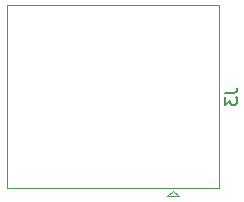
<source format=gbr>
%TF.GenerationSoftware,KiCad,Pcbnew,(6.0.0-0)*%
%TF.CreationDate,2023-03-28T13:07:54-04:00*%
%TF.ProjectId,row-breakout,726f772d-6272-4656-916b-6f75742e6b69,rev?*%
%TF.SameCoordinates,Original*%
%TF.FileFunction,Legend,Bot*%
%TF.FilePolarity,Positive*%
%FSLAX46Y46*%
G04 Gerber Fmt 4.6, Leading zero omitted, Abs format (unit mm)*
G04 Created by KiCad (PCBNEW (6.0.0-0)) date 2023-03-28 13:07:54*
%MOMM*%
%LPD*%
G01*
G04 APERTURE LIST*
%ADD10C,0.150000*%
%ADD11C,0.120000*%
G04 APERTURE END LIST*
D10*
%TO.C,J3*%
X39397380Y-45386666D02*
X40111666Y-45386666D01*
X40254523Y-45339047D01*
X40349761Y-45243809D01*
X40397380Y-45100952D01*
X40397380Y-45005714D01*
X39397380Y-45767619D02*
X39397380Y-46386666D01*
X39778333Y-46053333D01*
X39778333Y-46196190D01*
X39825952Y-46291428D01*
X39873571Y-46339047D01*
X39968809Y-46386666D01*
X40206904Y-46386666D01*
X40302142Y-46339047D01*
X40349761Y-46291428D01*
X40397380Y-46196190D01*
X40397380Y-45910476D01*
X40349761Y-45815238D01*
X40302142Y-45767619D01*
D11*
X35445000Y-54165000D02*
X34445000Y-54165000D01*
X20865000Y-53480000D02*
X20865000Y-37960000D01*
X38825000Y-53480000D02*
X20865000Y-53480000D01*
X34945000Y-53665000D02*
X35445000Y-54165000D01*
X38825000Y-37960000D02*
X38825000Y-53480000D01*
X38825000Y-37960000D02*
X20865000Y-37960000D01*
X34445000Y-54165000D02*
X34945000Y-53665000D01*
%TD*%
M02*

</source>
